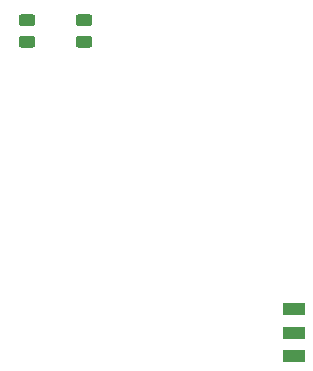
<source format=gbr>
%TF.GenerationSoftware,KiCad,Pcbnew,(5.1.9-0-10_14)*%
%TF.CreationDate,2021-10-18T11:35:41-07:00*%
%TF.ProjectId,cat_pcb_2a,6361745f-7063-4625-9f32-612e6b696361,rev?*%
%TF.SameCoordinates,Original*%
%TF.FileFunction,Paste,Bot*%
%TF.FilePolarity,Positive*%
%FSLAX46Y46*%
G04 Gerber Fmt 4.6, Leading zero omitted, Abs format (unit mm)*
G04 Created by KiCad (PCBNEW (5.1.9-0-10_14)) date 2021-10-18 11:35:41*
%MOMM*%
%LPD*%
G01*
G04 APERTURE LIST*
%ADD10R,1.900000X1.000000*%
G04 APERTURE END LIST*
D10*
%TO.C,SW1*%
X161812000Y-99632000D03*
X161798000Y-101632000D03*
X161798000Y-103632000D03*
%TD*%
%TO.C,R2*%
G36*
G01*
X144468002Y-75696500D02*
X143567998Y-75696500D01*
G75*
G02*
X143318000Y-75446502I0J249998D01*
G01*
X143318000Y-74921498D01*
G75*
G02*
X143567998Y-74671500I249998J0D01*
G01*
X144468002Y-74671500D01*
G75*
G02*
X144718000Y-74921498I0J-249998D01*
G01*
X144718000Y-75446502D01*
G75*
G02*
X144468002Y-75696500I-249998J0D01*
G01*
G37*
G36*
G01*
X144468002Y-77521500D02*
X143567998Y-77521500D01*
G75*
G02*
X143318000Y-77271502I0J249998D01*
G01*
X143318000Y-76746498D01*
G75*
G02*
X143567998Y-76496500I249998J0D01*
G01*
X144468002Y-76496500D01*
G75*
G02*
X144718000Y-76746498I0J-249998D01*
G01*
X144718000Y-77271502D01*
G75*
G02*
X144468002Y-77521500I-249998J0D01*
G01*
G37*
%TD*%
%TO.C,R1*%
G36*
G01*
X139642002Y-75696500D02*
X138741998Y-75696500D01*
G75*
G02*
X138492000Y-75446502I0J249998D01*
G01*
X138492000Y-74921498D01*
G75*
G02*
X138741998Y-74671500I249998J0D01*
G01*
X139642002Y-74671500D01*
G75*
G02*
X139892000Y-74921498I0J-249998D01*
G01*
X139892000Y-75446502D01*
G75*
G02*
X139642002Y-75696500I-249998J0D01*
G01*
G37*
G36*
G01*
X139642002Y-77521500D02*
X138741998Y-77521500D01*
G75*
G02*
X138492000Y-77271502I0J249998D01*
G01*
X138492000Y-76746498D01*
G75*
G02*
X138741998Y-76496500I249998J0D01*
G01*
X139642002Y-76496500D01*
G75*
G02*
X139892000Y-76746498I0J-249998D01*
G01*
X139892000Y-77271502D01*
G75*
G02*
X139642002Y-77521500I-249998J0D01*
G01*
G37*
%TD*%
M02*

</source>
